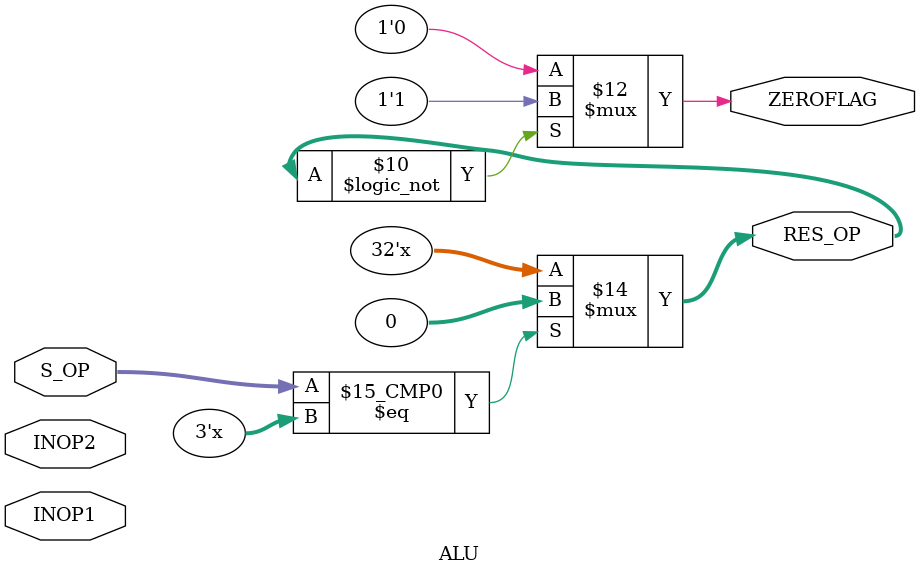
<source format=v>
`timescale 1ns/1ns

module ALU (
	input [31:0]INOP1,
	input [31:0]INOP2,
	input [2:0]S_OP,
	output reg [31:0]RES_OP,
	output reg ZEROFLAG
);
always @*
begin
	case (S_OP)
		//NOp
		3'bxxx:
		begin
			RES_OP = 32'd0;
		end
		//add
		3'b010:
		begin
			RES_OP = INOP1 + INOP2;
		end
		//sub
		3'b110:
		begin
			RES_OP = INOP1 - INOP2;
		end
		/*8'b00100000:
		begin
			RES_OP = INOP1 * INOP2;
		end
		8'b00010000:
		begin
			RES_OP = INOP1/INOP2;
		end*/
		//and
		3'b000:
		begin
			RES_OP = INOP1 & INOP2;
		end
		//or
		3'b001:
		begin
			RES_OP = INOP1 | INOP2;
		end
		//SLT
		3'b111:
		begin
			RES_OP <= (INOP1<INOP2) ? 1:0;
			ZEROFLAG <= (RES_OP)?0:1;
		end
	endcase
	if (RES_OP == 32'd0)begin
		ZEROFLAG = 1;
	end
	else begin
		ZEROFLAG = 0;
	end
end

endmodule

</source>
